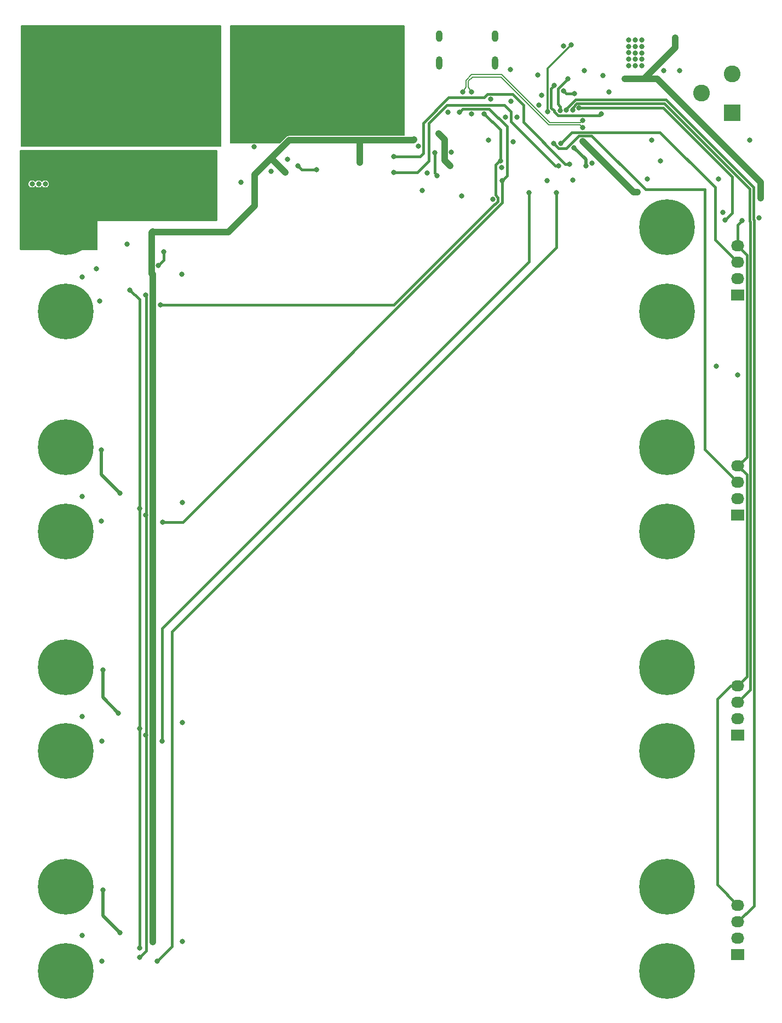
<source format=gbl>
G04 #@! TF.GenerationSoftware,KiCad,Pcbnew,8.0.1-8.0.1-1~ubuntu22.04.1*
G04 #@! TF.CreationDate,2024-04-04T11:17:19+02:00*
G04 #@! TF.ProjectId,flex4axe,666c6578-3461-4786-952e-6b696361645f,302*
G04 #@! TF.SameCoordinates,Original*
G04 #@! TF.FileFunction,Copper,L4,Bot*
G04 #@! TF.FilePolarity,Positive*
%FSLAX46Y46*%
G04 Gerber Fmt 4.6, Leading zero omitted, Abs format (unit mm)*
G04 Created by KiCad (PCBNEW 8.0.1-8.0.1-1~ubuntu22.04.1) date 2024-04-04 11:17:19*
%MOMM*%
%LPD*%
G01*
G04 APERTURE LIST*
G04 #@! TA.AperFunction,ComponentPad*
%ADD10R,2.030000X1.730000*%
G04 #@! TD*
G04 #@! TA.AperFunction,ComponentPad*
%ADD11O,2.030000X1.730000*%
G04 #@! TD*
G04 #@! TA.AperFunction,ComponentPad*
%ADD12C,0.900000*%
G04 #@! TD*
G04 #@! TA.AperFunction,ComponentPad*
%ADD13C,8.600000*%
G04 #@! TD*
G04 #@! TA.AperFunction,ComponentPad*
%ADD14O,1.000000X2.100000*%
G04 #@! TD*
G04 #@! TA.AperFunction,ComponentPad*
%ADD15O,1.000000X1.800000*%
G04 #@! TD*
G04 #@! TA.AperFunction,ComponentPad*
%ADD16C,3.500000*%
G04 #@! TD*
G04 #@! TA.AperFunction,ComponentPad*
%ADD17R,2.600000X2.600000*%
G04 #@! TD*
G04 #@! TA.AperFunction,ComponentPad*
%ADD18C,2.600000*%
G04 #@! TD*
G04 #@! TA.AperFunction,ViaPad*
%ADD19C,0.800000*%
G04 #@! TD*
G04 #@! TA.AperFunction,ViaPad*
%ADD20C,1.300000*%
G04 #@! TD*
G04 #@! TA.AperFunction,Conductor*
%ADD21C,0.500000*%
G04 #@! TD*
G04 #@! TA.AperFunction,Conductor*
%ADD22C,0.400000*%
G04 #@! TD*
G04 #@! TA.AperFunction,Conductor*
%ADD23C,1.000000*%
G04 #@! TD*
G04 #@! TA.AperFunction,Conductor*
%ADD24C,0.300000*%
G04 #@! TD*
G04 #@! TA.AperFunction,Conductor*
%ADD25C,0.200000*%
G04 #@! TD*
G04 APERTURE END LIST*
D10*
X165000000Y-142000000D03*
D11*
X165000000Y-139460000D03*
X165000000Y-136920000D03*
X165000000Y-134380000D03*
D10*
X165000000Y-74000000D03*
D11*
X165000000Y-71460000D03*
X165000000Y-68920000D03*
X165000000Y-66380000D03*
D10*
X165000000Y-108000000D03*
D11*
X165000000Y-105460000D03*
X165000000Y-102920000D03*
X165000000Y-100380000D03*
D12*
X61042000Y-168725000D03*
X154042000Y-168725000D03*
X58761581Y-167780419D03*
X63322419Y-167780419D03*
X151761581Y-167780419D03*
X156322419Y-167780419D03*
X57817000Y-165500000D03*
D13*
X61042000Y-165500000D03*
D12*
X64267000Y-165500000D03*
X150817000Y-165500000D03*
D13*
X154042000Y-165500000D03*
D12*
X157267000Y-165500000D03*
X58761581Y-163219581D03*
X63322419Y-163219581D03*
X151761581Y-163219581D03*
X156322419Y-163219581D03*
X61042000Y-162275000D03*
X154042000Y-162275000D03*
X61042000Y-181725000D03*
X154042000Y-181725000D03*
X58761581Y-180780419D03*
X63322419Y-180780419D03*
X151761581Y-180780419D03*
X156322419Y-180780419D03*
X57817000Y-178500000D03*
D13*
X61042000Y-178500000D03*
D12*
X64267000Y-178500000D03*
X150817000Y-178500000D03*
D13*
X154042000Y-178500000D03*
D12*
X157267000Y-178500000D03*
X58761581Y-176219581D03*
X63322419Y-176219581D03*
X151761581Y-176219581D03*
X156322419Y-176219581D03*
X61042000Y-175275000D03*
X154042000Y-175275000D03*
X61042000Y-100725000D03*
X154042000Y-100725000D03*
X58761581Y-99780419D03*
X63322419Y-99780419D03*
X151761581Y-99780419D03*
X156322419Y-99780419D03*
X57817000Y-97500000D03*
D13*
X61042000Y-97500000D03*
D12*
X64267000Y-97500000D03*
X150817000Y-97500000D03*
D13*
X154042000Y-97500000D03*
D12*
X157267000Y-97500000D03*
X58761581Y-95219581D03*
X63322419Y-95219581D03*
X151761581Y-95219581D03*
X156322419Y-95219581D03*
X61042000Y-94275000D03*
X154042000Y-94275000D03*
X61042000Y-113725000D03*
X154042000Y-113725000D03*
X58761581Y-112780419D03*
X63322419Y-112780419D03*
X151761581Y-112780419D03*
X156322419Y-112780419D03*
X57817000Y-110500000D03*
D13*
X61042000Y-110500000D03*
D12*
X64267000Y-110500000D03*
X150817000Y-110500000D03*
D13*
X154042000Y-110500000D03*
D12*
X157267000Y-110500000D03*
X58761581Y-108219581D03*
X63322419Y-108219581D03*
X151761581Y-108219581D03*
X156322419Y-108219581D03*
X61042000Y-107275000D03*
X154042000Y-107275000D03*
X61042000Y-134725000D03*
X154042000Y-134725000D03*
X58761581Y-133780419D03*
X63322419Y-133780419D03*
X151761581Y-133780419D03*
X156322419Y-133780419D03*
X57817000Y-131500000D03*
D13*
X61042000Y-131500000D03*
D12*
X64267000Y-131500000D03*
X150817000Y-131500000D03*
D13*
X154042000Y-131500000D03*
D12*
X157267000Y-131500000D03*
X58761581Y-129219581D03*
X63322419Y-129219581D03*
X151761581Y-129219581D03*
X156322419Y-129219581D03*
X61042000Y-128275000D03*
X154042000Y-128275000D03*
X61042000Y-147725000D03*
X154042000Y-147725000D03*
X58761581Y-146780419D03*
X63322419Y-146780419D03*
X151761581Y-146780419D03*
X156322419Y-146780419D03*
X57817000Y-144500000D03*
D13*
X61042000Y-144500000D03*
D12*
X64267000Y-144500000D03*
X150817000Y-144500000D03*
D13*
X154042000Y-144500000D03*
D12*
X157267000Y-144500000D03*
X58761581Y-142219581D03*
X63322419Y-142219581D03*
X151761581Y-142219581D03*
X156322419Y-142219581D03*
X61042000Y-141275000D03*
X154042000Y-141275000D03*
D14*
X127472000Y-38102000D03*
D15*
X127472000Y-33922000D03*
D14*
X118832000Y-38102000D03*
D15*
X118832000Y-33922000D03*
D16*
X62402000Y-40349000D03*
X71902000Y-40349000D03*
X81402000Y-40349000D03*
X90902000Y-40349000D03*
X100402000Y-40349000D03*
X109902000Y-40349000D03*
D17*
X164102000Y-45747000D03*
D18*
X164102000Y-39747000D03*
X159402000Y-42747000D03*
D10*
X165000000Y-176000000D03*
D11*
X165000000Y-173460000D03*
X165000000Y-170920000D03*
X165000000Y-168380000D03*
D12*
X61042000Y-66725000D03*
X154042000Y-66725000D03*
X58761581Y-65780419D03*
X63322419Y-65780419D03*
X151761581Y-65780419D03*
X156322419Y-65780419D03*
X57817000Y-63500000D03*
D13*
X61042000Y-63500000D03*
D12*
X64267000Y-63500000D03*
X150817000Y-63500000D03*
D13*
X154042000Y-63500000D03*
D12*
X157267000Y-63500000D03*
X58761581Y-61219581D03*
X63322419Y-61219581D03*
X151761581Y-61219581D03*
X156322419Y-61219581D03*
X61042000Y-60275000D03*
X154042000Y-60275000D03*
X61042000Y-79725000D03*
X154042000Y-79725000D03*
X58761581Y-78780419D03*
X63322419Y-78780419D03*
X151761581Y-78780419D03*
X156322419Y-78780419D03*
X57817000Y-76500000D03*
D13*
X61042000Y-76500000D03*
D12*
X64267000Y-76500000D03*
X150817000Y-76500000D03*
D13*
X154042000Y-76500000D03*
D12*
X157267000Y-76500000D03*
X58761581Y-74219581D03*
X63322419Y-74219581D03*
X151761581Y-74219581D03*
X156322419Y-74219581D03*
X61042000Y-73275000D03*
X154042000Y-73275000D03*
D19*
X126742098Y-43677900D03*
D20*
X97500000Y-46000000D03*
X95500000Y-48000000D03*
X97500000Y-48000000D03*
D19*
X79121000Y-173990000D03*
D20*
X111500000Y-48000000D03*
D19*
X63585792Y-173063989D03*
D20*
X107500000Y-44000000D03*
X103500000Y-46000000D03*
D19*
X153000000Y-53178800D03*
X168302400Y-61998839D03*
X142450000Y-53525000D03*
D20*
X89500000Y-48000000D03*
D19*
X151030750Y-56030750D03*
X130235600Y-50250000D03*
X134032278Y-39957722D03*
D20*
X111500000Y-44000000D03*
D19*
X57912000Y-56769000D03*
D20*
X109500000Y-46000000D03*
D19*
X56896000Y-56769000D03*
X166847600Y-50015369D03*
X129794000Y-39116000D03*
D20*
X103500000Y-48000000D03*
D19*
X128500000Y-54250000D03*
X156000000Y-39222000D03*
X161671000Y-84963000D03*
D20*
X95500000Y-46000000D03*
X93500000Y-44000000D03*
X89500000Y-44000000D03*
D19*
X130808500Y-46483500D03*
D20*
X101500000Y-44000000D03*
X93500000Y-48000000D03*
X95500000Y-44000000D03*
D19*
X153500000Y-39222000D03*
D20*
X105500000Y-48000000D03*
D19*
X162649935Y-61151681D03*
D20*
X105500000Y-46000000D03*
X105500000Y-44000000D03*
D19*
X55880000Y-56769000D03*
X116205000Y-57785000D03*
X63627000Y-139141000D03*
X129037500Y-46487500D03*
X66294000Y-74930000D03*
X139500000Y-56151900D03*
D20*
X93500000Y-46000000D03*
X99500000Y-48000000D03*
X99500000Y-46000000D03*
D19*
X88138000Y-56515000D03*
X134650000Y-43075000D03*
X90207099Y-51007900D03*
X115594582Y-50927000D03*
X78994000Y-70739000D03*
D20*
X91500000Y-46000000D03*
D19*
X120686400Y-51866793D03*
X66675000Y-177038000D03*
D20*
X97500000Y-44000000D03*
D19*
X151682134Y-50014866D03*
D20*
X109500000Y-48000000D03*
D19*
X127091859Y-59146859D03*
D20*
X111500000Y-46000000D03*
X109500000Y-44000000D03*
X91500000Y-44000000D03*
D19*
X92791000Y-54854132D03*
X63627000Y-105090000D03*
D20*
X107500000Y-46000000D03*
D19*
X138020000Y-35433000D03*
X95363699Y-52945699D03*
X66548000Y-108966000D03*
D20*
X101500000Y-46000000D03*
D19*
X65837596Y-69918639D03*
D20*
X101500000Y-48000000D03*
D19*
X66675000Y-143002000D03*
X63627000Y-71181000D03*
X122301000Y-58675400D03*
X116967000Y-55118000D03*
X120142000Y-45720000D03*
X70587400Y-66101000D03*
D20*
X107500000Y-48000000D03*
X89500000Y-46000000D03*
X103500000Y-44000000D03*
D19*
X79121000Y-106045000D03*
X135500000Y-56250000D03*
D20*
X99500000Y-44000000D03*
X91500000Y-48000000D03*
D19*
X79121000Y-140081000D03*
X123787159Y-45896800D03*
X69469000Y-104635000D03*
X66548000Y-97917000D03*
X75415338Y-69351600D03*
X76200000Y-67310000D03*
X162000000Y-56000000D03*
X164973000Y-86360000D03*
X168500000Y-59000000D03*
X155327000Y-34197000D03*
X147500000Y-40500000D03*
X69469000Y-172635000D03*
X66802000Y-165989000D03*
X69215000Y-138635000D03*
X66802000Y-131953000D03*
X125729296Y-45896725D03*
X128310161Y-53255231D03*
X75750000Y-75500000D03*
X126434759Y-49988751D03*
X114948749Y-49889413D03*
X148150000Y-38500000D03*
X148150000Y-36497000D03*
X145034000Y-42545000D03*
X149150000Y-38500000D03*
X148150000Y-35500000D03*
X118745000Y-49022000D03*
X149150000Y-34500000D03*
X144145000Y-40005000D03*
X150150000Y-36500000D03*
X94167499Y-51435000D03*
X129921000Y-43980000D03*
X90297000Y-56515000D03*
X149150000Y-36500000D03*
X141000000Y-50182227D03*
X149500010Y-58074400D03*
X149150000Y-37500000D03*
X141224000Y-39243000D03*
X134250000Y-44575000D03*
X74500000Y-106000000D03*
X148150000Y-37500000D03*
X74500000Y-64135000D03*
X150150000Y-38500000D03*
X106553000Y-53500000D03*
X149150000Y-35500000D03*
X120500000Y-54000000D03*
X148150000Y-34500000D03*
X150150000Y-35500000D03*
X94996000Y-54991000D03*
X74500000Y-70775600D03*
X74500000Y-174000000D03*
X74500000Y-140000000D03*
X150150000Y-34500000D03*
X150150000Y-37500000D03*
X128579028Y-56240972D03*
X121920000Y-45720000D03*
X76073000Y-109092996D03*
X132672000Y-58145600D03*
X76000000Y-143000000D03*
X75184000Y-177038000D03*
X136922000Y-58148000D03*
X82502000Y-52697000D03*
X74152000Y-55247000D03*
D20*
X69000000Y-59250000D03*
X77000000Y-61250000D03*
X67000000Y-59250000D03*
D19*
X61902000Y-53747000D03*
D20*
X61000000Y-57250000D03*
D19*
X61902000Y-52747000D03*
X83752000Y-52197000D03*
X60652000Y-52247000D03*
X72152000Y-54747000D03*
X79752000Y-55197000D03*
X81002000Y-53697000D03*
X70152000Y-54247000D03*
D20*
X79000000Y-57250000D03*
D19*
X64652000Y-53247000D03*
D20*
X81000000Y-59250000D03*
D19*
X79752000Y-52197000D03*
D20*
X81000000Y-57250000D03*
D19*
X60652000Y-53247000D03*
D20*
X71000000Y-57250000D03*
D19*
X83752000Y-54197000D03*
D20*
X65000000Y-57250000D03*
X69000000Y-61250000D03*
X73000000Y-57250000D03*
X63000000Y-57250000D03*
D19*
X73152000Y-54747000D03*
D20*
X75000000Y-61250000D03*
X71000000Y-59250000D03*
X83000000Y-57250000D03*
D19*
X60652000Y-55247000D03*
D20*
X65000000Y-59250000D03*
D19*
X70152000Y-53247000D03*
D20*
X83000000Y-61250000D03*
D19*
X71402000Y-52747000D03*
D20*
X67000000Y-61250000D03*
X79000000Y-59250000D03*
X73000000Y-59250000D03*
X71000000Y-61250000D03*
X75000000Y-59250000D03*
X69000000Y-57250000D03*
D19*
X63402000Y-53747000D03*
D20*
X79000000Y-61250000D03*
D19*
X72902000Y-52747000D03*
X64652000Y-54247000D03*
X79752000Y-53197000D03*
X82502000Y-53697000D03*
D20*
X77000000Y-57250000D03*
X75000000Y-57250000D03*
D19*
X60652000Y-54247000D03*
X74152000Y-54247000D03*
X70152000Y-52247000D03*
X79752000Y-54197000D03*
X64652000Y-55247000D03*
D20*
X77000000Y-59250000D03*
D19*
X83752000Y-53197000D03*
X83752000Y-55197000D03*
D20*
X67000000Y-57250000D03*
D19*
X63652000Y-54747000D03*
X74152000Y-53247000D03*
X81752000Y-54697000D03*
X71152000Y-54747000D03*
D20*
X83000000Y-59250000D03*
D19*
X64652000Y-52247000D03*
D20*
X81000000Y-61250000D03*
D19*
X72902000Y-53747000D03*
X63402000Y-52747000D03*
X80752000Y-54697000D03*
X71402000Y-53747000D03*
X82752000Y-54697000D03*
X61652000Y-54747000D03*
X74152000Y-52247000D03*
D20*
X73000000Y-61250000D03*
D19*
X81002000Y-52697000D03*
X62652000Y-54747000D03*
X70152000Y-55247000D03*
D20*
X70902000Y-48000000D03*
X78902000Y-48000000D03*
X64902000Y-48000000D03*
X82902000Y-44000000D03*
X60902000Y-46000000D03*
X68902000Y-44000000D03*
X80902000Y-46000000D03*
X60902000Y-44000000D03*
X78902000Y-46000000D03*
X64902000Y-46000000D03*
X66902000Y-48000000D03*
X72902000Y-48000000D03*
X74902000Y-48000000D03*
X72902000Y-46000000D03*
X74902000Y-46000000D03*
X62902000Y-48000000D03*
X76902000Y-44000000D03*
X82902000Y-46000000D03*
X80902000Y-48000000D03*
X82902000Y-48000000D03*
X60902000Y-48000000D03*
X64902000Y-44000000D03*
X62902000Y-44000000D03*
X70902000Y-46000000D03*
X78902000Y-44000000D03*
X80902000Y-44000000D03*
X74902000Y-44000000D03*
X72902000Y-44000000D03*
X76902000Y-46000000D03*
X68902000Y-46000000D03*
X66902000Y-44000000D03*
X66902000Y-46000000D03*
X70902000Y-44000000D03*
X76902000Y-48000000D03*
X62902000Y-46000000D03*
X68902000Y-48000000D03*
D19*
X118110000Y-51943000D03*
X118491000Y-55500000D03*
X138938000Y-53721000D03*
X111760000Y-52578000D03*
X137287000Y-53975000D03*
X111760000Y-54991000D03*
X139192000Y-35306000D03*
X135551900Y-45593000D03*
X137541000Y-45466000D03*
X138684000Y-40513000D03*
X136627972Y-41504972D03*
X143891000Y-45974000D03*
X139651028Y-51151028D03*
X141500000Y-54000000D03*
X73447600Y-142000000D03*
X73447600Y-74000000D03*
X72537314Y-176370000D03*
X73447600Y-108000000D03*
X140976737Y-48025000D03*
X123825000Y-42545000D03*
X140976737Y-46975000D03*
X122428000Y-42545000D03*
X137576349Y-50514082D03*
X136525000Y-50546000D03*
X139440065Y-45348600D03*
X138487663Y-45348600D03*
X99822000Y-54610000D03*
X97000000Y-54000000D03*
X72500000Y-175000000D03*
X71000002Y-73175000D03*
X72500000Y-107000000D03*
X138049000Y-42418000D03*
X139700000Y-42799000D03*
X72500000Y-141000000D03*
X165608000Y-62484000D03*
X162976868Y-62357328D03*
X140424995Y-45047995D03*
D21*
X66548000Y-97917000D02*
X66548000Y-101714000D01*
X66548000Y-101714000D02*
X69469000Y-104635000D01*
D22*
X76200000Y-68566938D02*
X75415338Y-69351600D01*
X76200000Y-67310000D02*
X76200000Y-68566938D01*
D23*
X147500000Y-40500000D02*
X150500000Y-40500000D01*
X168000000Y-56000000D02*
X168500000Y-56500000D01*
X155327000Y-35673000D02*
X155327000Y-34197000D01*
X150500000Y-40500000D02*
X152500000Y-40500000D01*
X168500000Y-56500000D02*
X168500000Y-59000000D01*
X150500000Y-40500000D02*
X155327000Y-35673000D01*
X152500000Y-40500000D02*
X168000000Y-56000000D01*
D21*
X66802000Y-169968000D02*
X69469000Y-172635000D01*
X66802000Y-165989000D02*
X66802000Y-169968000D01*
X66802000Y-131953000D02*
X66802000Y-136222000D01*
X66802000Y-136222000D02*
X69215000Y-138635000D01*
D22*
X127879400Y-59493655D02*
X127879400Y-58870345D01*
X125779725Y-45896725D02*
X125729296Y-45896725D01*
X111802779Y-75500000D02*
X127368379Y-59934400D01*
X127879400Y-58870345D02*
X127508000Y-58498945D01*
X127508000Y-58498945D02*
X127508000Y-53848000D01*
X127438655Y-59934400D02*
X127879400Y-59493655D01*
X75750000Y-75500000D02*
X111802779Y-75500000D01*
X128310161Y-48427161D02*
X125779725Y-45896725D01*
X128310161Y-53255231D02*
X128310161Y-48427161D01*
X127508000Y-53848000D02*
X128270000Y-53086000D01*
X127368379Y-59934400D02*
X127438655Y-59934400D01*
D23*
X74500000Y-64135000D02*
X74615000Y-64250000D01*
X106500000Y-50000000D02*
X95602499Y-50000000D01*
X106553000Y-50053000D02*
X106500000Y-50000000D01*
X74500000Y-64135000D02*
X74362600Y-64272400D01*
X119634000Y-53134000D02*
X119634000Y-49911000D01*
X90297000Y-55305499D02*
X92801249Y-52801249D01*
X148892173Y-58074400D02*
X149500010Y-58074400D01*
X94991000Y-54991000D02*
X92801249Y-52801249D01*
X114838162Y-50000000D02*
X114948749Y-49889413D01*
X74500000Y-106000000D02*
X74500000Y-70775600D01*
X90297000Y-60203000D02*
X90297000Y-56515000D01*
X74615000Y-64250000D02*
X86250000Y-64250000D01*
X90297000Y-56515000D02*
X90297000Y-55305499D01*
X74362600Y-70638200D02*
X74500000Y-70775600D01*
X141000000Y-50182227D02*
X148892173Y-58074400D01*
X74500000Y-140000000D02*
X74500000Y-106000000D01*
X120500000Y-54000000D02*
X119634000Y-53134000D01*
X119634000Y-49911000D02*
X118745000Y-49022000D01*
X74362600Y-64272400D02*
X74362600Y-70638200D01*
X74500000Y-174000000D02*
X74500000Y-140000000D01*
X106553000Y-53500000D02*
X106553000Y-50053000D01*
X106500000Y-50000000D02*
X114838162Y-50000000D01*
X95602499Y-50000000D02*
X94167499Y-51435000D01*
X92801249Y-52801249D02*
X94167499Y-51435000D01*
X94996000Y-54991000D02*
X94991000Y-54991000D01*
X86250000Y-64250000D02*
X90297000Y-60203000D01*
D22*
X129286000Y-55534000D02*
X129286000Y-47879000D01*
X128579028Y-56240972D02*
X129286000Y-55534000D01*
X79157004Y-109092996D02*
X76073000Y-109092996D01*
X129286000Y-47879000D02*
X126551400Y-45144400D01*
X128579028Y-56240972D02*
X128579028Y-59670972D01*
X126551400Y-45144400D02*
X122495600Y-45144400D01*
X128579028Y-59670972D02*
X79157004Y-109092996D01*
X122495600Y-45144400D02*
X121920000Y-45720000D01*
X76000000Y-143000000D02*
X76000000Y-125500000D01*
X76000000Y-125500000D02*
X132672000Y-68828000D01*
X132672000Y-68828000D02*
X132672000Y-58145600D01*
X77500000Y-174722000D02*
X75184000Y-177038000D01*
X136922000Y-66609211D02*
X77500000Y-126031211D01*
X136922000Y-58148000D02*
X136922000Y-66609211D01*
X77500000Y-126031211D02*
X77500000Y-174722000D01*
X118110000Y-55119000D02*
X118491000Y-55500000D01*
X118110000Y-51943000D02*
X118110000Y-55119000D01*
X130175000Y-42926000D02*
X126238000Y-42926000D01*
X125730000Y-43434000D02*
X120269000Y-43434000D01*
X115824000Y-52578000D02*
X111760000Y-52578000D01*
X138303000Y-53721000D02*
X131826000Y-47244000D01*
X116347000Y-52055000D02*
X115824000Y-52578000D01*
X126238000Y-42926000D02*
X125730000Y-43434000D01*
X120269000Y-43434000D02*
X116347000Y-47356000D01*
X138938000Y-53721000D02*
X138303000Y-53721000D01*
X131826000Y-47244000D02*
X131826000Y-44577000D01*
X116347000Y-47356000D02*
X116347000Y-52055000D01*
X131826000Y-44577000D02*
X130175000Y-42926000D01*
X111760000Y-54991000D02*
X115443000Y-54991000D01*
X120000000Y-44592000D02*
X128920000Y-44592000D01*
X128920000Y-44592000D02*
X129921000Y-45593000D01*
X115443000Y-54991000D02*
X117221000Y-53213000D01*
X117221000Y-53213000D02*
X117221000Y-47371000D01*
X129921000Y-47117000D02*
X136779000Y-53975000D01*
X129921000Y-45593000D02*
X129921000Y-47117000D01*
X117221000Y-47371000D02*
X120000000Y-44592000D01*
X136779000Y-53975000D02*
X137287000Y-53975000D01*
D24*
X135551900Y-45593000D02*
X135551900Y-38946100D01*
X135551900Y-38946100D02*
X139192000Y-35306000D01*
D22*
X137541000Y-45466000D02*
X137541000Y-44831000D01*
X137160000Y-44450000D02*
X137160000Y-42037000D01*
X137541000Y-44831000D02*
X137160000Y-44450000D01*
X137160000Y-42037000D02*
X138684000Y-40513000D01*
X137229345Y-46218400D02*
X136588597Y-45577652D01*
X136099599Y-44977002D02*
X136099599Y-42033345D01*
X136588597Y-45577652D02*
X136588597Y-45466000D01*
X143646600Y-46218400D02*
X137229345Y-46218400D01*
X136099599Y-42033345D02*
X136627972Y-41504972D01*
X143891000Y-45974000D02*
X143646600Y-46218400D01*
X136588597Y-45466000D02*
X136099599Y-44977002D01*
D21*
X141500000Y-54000000D02*
X141500000Y-53000000D01*
X141500000Y-53000000D02*
X139651028Y-51151028D01*
D22*
X73500000Y-73947600D02*
X73447600Y-74000000D01*
X73500000Y-108052400D02*
X73500000Y-141947600D01*
X73447600Y-142000000D02*
X73500000Y-142052400D01*
X73500000Y-74052400D02*
X73447600Y-74000000D01*
X73447600Y-108000000D02*
X73500000Y-107947600D01*
X73500000Y-142052400D02*
X73500000Y-175407314D01*
X73500000Y-141947600D02*
X73447600Y-142000000D01*
X73500000Y-107947600D02*
X73500000Y-74052400D01*
X73447600Y-108000000D02*
X73500000Y-108052400D01*
X73500000Y-175407314D02*
X72537314Y-176370000D01*
D25*
X123825000Y-42545000D02*
X123784000Y-42250000D01*
X123317000Y-40884100D02*
X123317000Y-41783000D01*
X135763000Y-47625000D02*
X128368400Y-40230400D01*
X123317000Y-41783000D02*
X123825000Y-42545000D01*
X140976737Y-48025000D02*
X140576737Y-47625000D01*
X123970700Y-40230400D02*
X123317000Y-40884100D01*
X140576737Y-47625000D02*
X135763000Y-47625000D01*
X128368400Y-40230400D02*
X123970700Y-40230400D01*
X140976737Y-46975000D02*
X140679137Y-47272600D01*
X128514368Y-39878000D02*
X123803800Y-39878000D01*
X122428000Y-42545000D02*
X122475000Y-42275000D01*
X122936000Y-41814000D02*
X122428000Y-42545000D01*
X123803800Y-39878000D02*
X122936000Y-40745800D01*
X122936000Y-40745800D02*
X122936000Y-41814000D01*
X135908968Y-47272600D02*
X128514368Y-39878000D01*
X140679137Y-47272600D02*
X135908968Y-47272600D01*
D22*
X165000000Y-68920000D02*
X161485000Y-65405000D01*
X161485000Y-57325788D02*
X152936612Y-48777400D01*
X139313031Y-48777400D02*
X137576349Y-50514082D01*
X161485000Y-65405000D02*
X161485000Y-57325788D01*
X152936612Y-48777400D02*
X139313031Y-48777400D01*
X159893000Y-57658000D02*
X159893000Y-97813000D01*
X136525000Y-50546000D02*
X136544212Y-50546000D01*
X142382542Y-49329800D02*
X150710742Y-57658000D01*
X159893000Y-97813000D02*
X165000000Y-102920000D01*
X150710742Y-57658000D02*
X159893000Y-57658000D01*
X138461593Y-51276408D02*
X140408201Y-49329800D01*
X137274620Y-51276408D02*
X138461593Y-51276408D01*
X140408201Y-49329800D02*
X142382542Y-49329800D01*
X136544212Y-50546000D02*
X137274620Y-51276408D01*
X166843200Y-62516467D02*
X166843200Y-57496200D01*
X166922400Y-134997600D02*
X166922400Y-62595667D01*
X166922400Y-62595667D02*
X166843200Y-62516467D01*
X165000000Y-136920000D02*
X166922400Y-134997600D01*
X139440065Y-44968878D02*
X139440065Y-45348600D01*
X140113344Y-44295599D02*
X139440065Y-44968878D01*
X166843200Y-57496200D02*
X153642599Y-44295599D01*
X153642599Y-44295599D02*
X140113344Y-44295599D01*
X165000000Y-170920000D02*
X167474800Y-168445200D01*
X167395600Y-62287655D02*
X167395601Y-57267389D01*
X167474801Y-62366856D02*
X167395600Y-62287655D01*
X167395601Y-57267389D02*
X153871411Y-43743199D01*
X167474800Y-168445200D02*
X167474801Y-62366856D01*
X138487663Y-45140068D02*
X138487663Y-45348600D01*
X153871411Y-43743199D02*
X139884532Y-43743199D01*
X139884532Y-43743199D02*
X138487663Y-45140068D01*
X97000000Y-54000000D02*
X97610000Y-54610000D01*
X97610000Y-54610000D02*
X99822000Y-54610000D01*
X139700000Y-42799000D02*
X138430000Y-42799000D01*
X72500000Y-74674998D02*
X71000002Y-73175000D01*
X72500000Y-141000000D02*
X72500000Y-174500000D01*
X72500000Y-107000000D02*
X72500000Y-74674998D01*
X72500000Y-107000000D02*
X72500000Y-141000000D01*
X72500000Y-174500000D02*
X72500000Y-175000000D01*
X138430000Y-42799000D02*
X138049000Y-42418000D01*
X165000000Y-63092000D02*
X165608000Y-62484000D01*
X165000000Y-134380000D02*
X163885000Y-134380000D01*
X166370000Y-99010000D02*
X166370000Y-67750000D01*
X165000000Y-66380000D02*
X165000000Y-63092000D01*
X166370000Y-67750000D02*
X165000000Y-66380000D01*
X161798000Y-136467000D02*
X161798000Y-165178000D01*
X161798000Y-165178000D02*
X165000000Y-168380000D01*
X166367400Y-101747400D02*
X165000000Y-100380000D01*
X163885000Y-134380000D02*
X161798000Y-136467000D01*
X166367400Y-133012600D02*
X166367400Y-101747400D01*
X165000000Y-134380000D02*
X166367400Y-133012600D01*
X165000000Y-100380000D02*
X166370000Y-99010000D01*
X164084000Y-55645212D02*
X153486783Y-45047995D01*
X153486783Y-45047995D02*
X140424995Y-45047995D01*
X164084000Y-61250196D02*
X164084000Y-55645212D01*
X162976868Y-62357328D02*
X164084000Y-61250196D01*
G04 #@! TA.AperFunction,Conductor*
G36*
X85095039Y-32266685D02*
G01*
X85140794Y-32319489D01*
X85152000Y-32371000D01*
X85152000Y-50873000D01*
X85132315Y-50940039D01*
X85079511Y-50985794D01*
X85028000Y-50997000D01*
X54276000Y-50997000D01*
X54208961Y-50977315D01*
X54163206Y-50924511D01*
X54152000Y-50873000D01*
X54152000Y-32371000D01*
X54171685Y-32303961D01*
X54224489Y-32258206D01*
X54276000Y-32247000D01*
X85028000Y-32247000D01*
X85095039Y-32266685D01*
G37*
G04 #@! TD.AperFunction*
G04 #@! TA.AperFunction,Conductor*
G36*
X113443039Y-32266685D02*
G01*
X113488794Y-32319489D01*
X113500000Y-32371000D01*
X113500000Y-49223100D01*
X113480315Y-49290139D01*
X113427511Y-49335894D01*
X113376000Y-49347100D01*
X95538192Y-49347100D01*
X95412060Y-49372189D01*
X95412054Y-49372191D01*
X95293236Y-49421407D01*
X95186296Y-49492861D01*
X95186295Y-49492862D01*
X94194477Y-50484681D01*
X94133154Y-50518166D01*
X94106796Y-50521000D01*
X86624000Y-50521000D01*
X86556961Y-50501315D01*
X86511206Y-50448511D01*
X86500000Y-50397000D01*
X86500000Y-32371000D01*
X86519685Y-32303961D01*
X86572489Y-32258206D01*
X86624000Y-32247000D01*
X113376000Y-32247000D01*
X113443039Y-32266685D01*
G37*
G04 #@! TD.AperFunction*
G04 #@! TA.AperFunction,Conductor*
G36*
X84443039Y-51519685D02*
G01*
X84488794Y-51572489D01*
X84500000Y-51624000D01*
X84500000Y-62376000D01*
X84480315Y-62443039D01*
X84427511Y-62488794D01*
X84376000Y-62500000D01*
X66000000Y-62500000D01*
X66000000Y-66876000D01*
X65980315Y-66943039D01*
X65927511Y-66988794D01*
X65876000Y-67000000D01*
X54124000Y-67000000D01*
X54056961Y-66980315D01*
X54011206Y-66927511D01*
X54000000Y-66876000D01*
X54000000Y-56769001D01*
X55322329Y-56769001D01*
X55341330Y-56913334D01*
X55341332Y-56913339D01*
X55397040Y-57047831D01*
X55397040Y-57047832D01*
X55397042Y-57047835D01*
X55397043Y-57047836D01*
X55485667Y-57163333D01*
X55601164Y-57251957D01*
X55601167Y-57251958D01*
X55601168Y-57251959D01*
X55668414Y-57279813D01*
X55735664Y-57307669D01*
X55807832Y-57317170D01*
X55879999Y-57326671D01*
X55880000Y-57326671D01*
X55880001Y-57326671D01*
X55928112Y-57320337D01*
X56024336Y-57307669D01*
X56158831Y-57251959D01*
X56158832Y-57251959D01*
X56158832Y-57251958D01*
X56158836Y-57251957D01*
X56274333Y-57163333D01*
X56289624Y-57143404D01*
X56346052Y-57102202D01*
X56415798Y-57098047D01*
X56476718Y-57132259D01*
X56486373Y-57143401D01*
X56501667Y-57163333D01*
X56617164Y-57251957D01*
X56617167Y-57251958D01*
X56617168Y-57251959D01*
X56684414Y-57279813D01*
X56751664Y-57307669D01*
X56823832Y-57317170D01*
X56895999Y-57326671D01*
X56896000Y-57326671D01*
X56896001Y-57326671D01*
X56944112Y-57320337D01*
X57040336Y-57307669D01*
X57174831Y-57251959D01*
X57174832Y-57251959D01*
X57174832Y-57251958D01*
X57174836Y-57251957D01*
X57290333Y-57163333D01*
X57305624Y-57143404D01*
X57362052Y-57102202D01*
X57431798Y-57098047D01*
X57492718Y-57132259D01*
X57502373Y-57143401D01*
X57517667Y-57163333D01*
X57633164Y-57251957D01*
X57633167Y-57251958D01*
X57633168Y-57251959D01*
X57700414Y-57279813D01*
X57767664Y-57307669D01*
X57839832Y-57317170D01*
X57911999Y-57326671D01*
X57912000Y-57326671D01*
X57912001Y-57326671D01*
X57960112Y-57320337D01*
X58056336Y-57307669D01*
X58190831Y-57251959D01*
X58190832Y-57251959D01*
X58190832Y-57251958D01*
X58190836Y-57251957D01*
X58306333Y-57163333D01*
X58394957Y-57047836D01*
X58450669Y-56913336D01*
X58469671Y-56769000D01*
X58450669Y-56624664D01*
X58394957Y-56490165D01*
X58306333Y-56374667D01*
X58190836Y-56286043D01*
X58190833Y-56286042D01*
X58190831Y-56286040D01*
X58056339Y-56230332D01*
X58056334Y-56230330D01*
X57912001Y-56211329D01*
X57911999Y-56211329D01*
X57767665Y-56230330D01*
X57767663Y-56230331D01*
X57633165Y-56286042D01*
X57517667Y-56374667D01*
X57502376Y-56394595D01*
X57445948Y-56435798D01*
X57376202Y-56439953D01*
X57315282Y-56405741D01*
X57305624Y-56394595D01*
X57290334Y-56374668D01*
X57290333Y-56374667D01*
X57174836Y-56286043D01*
X57174833Y-56286042D01*
X57174831Y-56286040D01*
X57040339Y-56230332D01*
X57040334Y-56230330D01*
X56896001Y-56211329D01*
X56895999Y-56211329D01*
X56751665Y-56230330D01*
X56751663Y-56230331D01*
X56617165Y-56286042D01*
X56501667Y-56374667D01*
X56486376Y-56394595D01*
X56429948Y-56435798D01*
X56360202Y-56439953D01*
X56299282Y-56405741D01*
X56289624Y-56394595D01*
X56274334Y-56374668D01*
X56274333Y-56374667D01*
X56158836Y-56286043D01*
X56158833Y-56286042D01*
X56158831Y-56286040D01*
X56024339Y-56230332D01*
X56024334Y-56230330D01*
X55880001Y-56211329D01*
X55879999Y-56211329D01*
X55735665Y-56230330D01*
X55735663Y-56230331D01*
X55601165Y-56286042D01*
X55485667Y-56374667D01*
X55397042Y-56490165D01*
X55341331Y-56624663D01*
X55341330Y-56624665D01*
X55322329Y-56768998D01*
X55322329Y-56769001D01*
X54000000Y-56769001D01*
X54000000Y-51624000D01*
X54019685Y-51556961D01*
X54072489Y-51511206D01*
X54124000Y-51500000D01*
X84376000Y-51500000D01*
X84443039Y-51519685D01*
G37*
G04 #@! TD.AperFunction*
M02*

</source>
